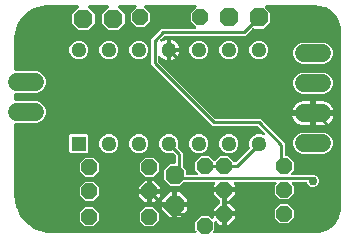
<source format=gbr>
G04 EAGLE Gerber RS-274X export*
G75*
%MOMM*%
%FSLAX34Y34*%
%LPD*%
%INBottom Copper*%
%IPPOS*%
%AMOC8*
5,1,8,0,0,1.08239X$1,22.5*%
G01*
%ADD10R,1.278000X1.278000*%
%ADD11C,1.278000*%
%ADD12P,1.429621X8X22.500000*%
%ADD13P,1.429621X8X202.500000*%
%ADD14P,1.429621X8X112.500000*%
%ADD15P,1.732040X8X202.500000*%
%ADD16P,1.732040X8X112.500000*%
%ADD17C,1.524000*%
%ADD18C,0.254000*%
%ADD19C,0.756400*%

G36*
X289107Y138448D02*
X289107Y138448D01*
X289246Y138461D01*
X289265Y138468D01*
X289285Y138471D01*
X289414Y138522D01*
X289545Y138569D01*
X289562Y138580D01*
X289581Y138588D01*
X289693Y138669D01*
X289808Y138747D01*
X289821Y138763D01*
X289838Y138774D01*
X289927Y138882D01*
X290019Y138986D01*
X290028Y139004D01*
X290041Y139019D01*
X290100Y139145D01*
X290163Y139269D01*
X290168Y139289D01*
X290176Y139307D01*
X290202Y139444D01*
X290233Y139579D01*
X290232Y139600D01*
X290236Y139619D01*
X290227Y139758D01*
X290223Y139897D01*
X290217Y139917D01*
X290216Y139937D01*
X290174Y140069D01*
X290135Y140203D01*
X290124Y140220D01*
X290118Y140239D01*
X290044Y140357D01*
X289973Y140477D01*
X289955Y140498D01*
X289948Y140508D01*
X289933Y140522D01*
X289867Y140597D01*
X289051Y141413D01*
X289051Y148147D01*
X293813Y152909D01*
X300547Y152909D01*
X302379Y151077D01*
X302488Y150992D01*
X302595Y150903D01*
X302614Y150895D01*
X302630Y150882D01*
X302758Y150827D01*
X302883Y150768D01*
X302903Y150764D01*
X302922Y150756D01*
X303060Y150734D01*
X303196Y150708D01*
X303216Y150709D01*
X303236Y150706D01*
X303375Y150719D01*
X303513Y150728D01*
X303532Y150734D01*
X303552Y150736D01*
X303684Y150783D01*
X303815Y150826D01*
X303833Y150837D01*
X303852Y150843D01*
X303967Y150922D01*
X304084Y150996D01*
X304098Y151011D01*
X304115Y151022D01*
X304207Y151126D01*
X304302Y151228D01*
X304312Y151245D01*
X304325Y151260D01*
X304389Y151385D01*
X304456Y151506D01*
X304461Y151526D01*
X304470Y151544D01*
X304500Y151680D01*
X304535Y151814D01*
X304537Y151842D01*
X304540Y151854D01*
X304539Y151875D01*
X304545Y151975D01*
X304545Y152909D01*
X311659Y152909D01*
X311659Y145795D01*
X309902Y145795D01*
X307475Y148222D01*
X307394Y148285D01*
X307334Y148342D01*
X307304Y148358D01*
X307259Y148396D01*
X307240Y148404D01*
X307224Y148417D01*
X307099Y148471D01*
X307056Y148495D01*
X307039Y148499D01*
X306971Y148531D01*
X306951Y148535D01*
X306932Y148543D01*
X306794Y148565D01*
X306754Y148573D01*
X306748Y148575D01*
X306744Y148575D01*
X306658Y148591D01*
X306638Y148590D01*
X306618Y148593D01*
X306479Y148580D01*
X306341Y148571D01*
X306322Y148565D01*
X306302Y148563D01*
X306170Y148516D01*
X306039Y148473D01*
X306021Y148463D01*
X306002Y148456D01*
X305887Y148378D01*
X305770Y148303D01*
X305756Y148288D01*
X305739Y148277D01*
X305647Y148173D01*
X305552Y148072D01*
X305542Y148054D01*
X305529Y148039D01*
X305508Y147997D01*
X305507Y147996D01*
X305502Y147987D01*
X305465Y147915D01*
X305398Y147793D01*
X305393Y147774D01*
X305384Y147755D01*
X305376Y147718D01*
X305371Y147708D01*
X305357Y147633D01*
X305354Y147620D01*
X305319Y147485D01*
X305317Y147457D01*
X305314Y147445D01*
X305315Y147425D01*
X305314Y147412D01*
X305311Y147396D01*
X305312Y147380D01*
X305309Y147324D01*
X305309Y141413D01*
X304493Y140597D01*
X304408Y140488D01*
X304319Y140381D01*
X304311Y140362D01*
X304298Y140346D01*
X304243Y140219D01*
X304184Y140093D01*
X304180Y140073D01*
X304172Y140054D01*
X304150Y139916D01*
X304124Y139780D01*
X304125Y139760D01*
X304122Y139740D01*
X304135Y139601D01*
X304144Y139463D01*
X304150Y139444D01*
X304152Y139424D01*
X304199Y139292D01*
X304242Y139161D01*
X304253Y139143D01*
X304259Y139124D01*
X304338Y139009D01*
X304412Y138892D01*
X304427Y138878D01*
X304438Y138861D01*
X304542Y138769D01*
X304644Y138674D01*
X304661Y138664D01*
X304676Y138651D01*
X304800Y138588D01*
X304922Y138520D01*
X304942Y138515D01*
X304960Y138506D01*
X305096Y138476D01*
X305230Y138441D01*
X305258Y138439D01*
X305270Y138436D01*
X305291Y138437D01*
X305391Y138431D01*
X391160Y138431D01*
X391181Y138433D01*
X391243Y138433D01*
X393895Y138607D01*
X393939Y138616D01*
X393983Y138616D01*
X394141Y138648D01*
X399265Y140021D01*
X399344Y140053D01*
X399426Y140076D01*
X399549Y140137D01*
X399559Y140141D01*
X399563Y140143D01*
X399571Y140148D01*
X404165Y142800D01*
X404233Y142852D01*
X404307Y142895D01*
X404410Y142986D01*
X404418Y142992D01*
X404421Y142995D01*
X404428Y143002D01*
X408178Y146752D01*
X408231Y146820D01*
X408291Y146881D01*
X408338Y146953D01*
X408352Y146969D01*
X408359Y146983D01*
X408367Y146996D01*
X408373Y147004D01*
X408375Y147008D01*
X408380Y147015D01*
X411032Y151609D01*
X411066Y151688D01*
X411108Y151763D01*
X411152Y151892D01*
X411156Y151902D01*
X411156Y151907D01*
X411159Y151915D01*
X412532Y157039D01*
X412538Y157083D01*
X412552Y157125D01*
X412573Y157285D01*
X412747Y159937D01*
X412745Y159958D01*
X412749Y160020D01*
X412749Y309880D01*
X412747Y309901D01*
X412747Y309963D01*
X412573Y312615D01*
X412564Y312659D01*
X412564Y312703D01*
X412532Y312861D01*
X411159Y317985D01*
X411127Y318064D01*
X411104Y318146D01*
X411043Y318269D01*
X411039Y318279D01*
X411037Y318283D01*
X411032Y318291D01*
X408380Y322885D01*
X408328Y322953D01*
X408285Y323027D01*
X408194Y323130D01*
X408188Y323138D01*
X408185Y323141D01*
X408178Y323148D01*
X404428Y326898D01*
X404360Y326951D01*
X404299Y327011D01*
X404185Y327087D01*
X404176Y327093D01*
X404172Y327095D01*
X404165Y327100D01*
X399571Y329752D01*
X399492Y329786D01*
X399417Y329828D01*
X399288Y329872D01*
X399278Y329876D01*
X399273Y329876D01*
X399265Y329879D01*
X394141Y331252D01*
X394097Y331258D01*
X394055Y331272D01*
X393895Y331293D01*
X391243Y331467D01*
X391222Y331465D01*
X391160Y331469D01*
X349276Y331469D01*
X349139Y331452D01*
X349000Y331439D01*
X348981Y331432D01*
X348961Y331429D01*
X348832Y331378D01*
X348701Y331331D01*
X348684Y331320D01*
X348665Y331312D01*
X348553Y331231D01*
X348438Y331153D01*
X348424Y331137D01*
X348408Y331126D01*
X348319Y331018D01*
X348227Y330914D01*
X348218Y330896D01*
X348205Y330881D01*
X348146Y330755D01*
X348083Y330631D01*
X348078Y330611D01*
X348069Y330593D01*
X348043Y330457D01*
X348013Y330321D01*
X348013Y330300D01*
X348010Y330281D01*
X348018Y330142D01*
X348023Y330003D01*
X348028Y329983D01*
X348029Y329963D01*
X348072Y329831D01*
X348111Y329697D01*
X348121Y329680D01*
X348127Y329661D01*
X348202Y329543D01*
X348272Y329423D01*
X348291Y329402D01*
X348298Y329392D01*
X348313Y329378D01*
X348379Y329303D01*
X352426Y325256D01*
X352426Y317364D01*
X346846Y311784D01*
X338932Y311784D01*
X338855Y311852D01*
X338819Y311871D01*
X338787Y311896D01*
X338677Y311943D01*
X338571Y311997D01*
X338532Y312006D01*
X338495Y312022D01*
X338377Y312041D01*
X338261Y312067D01*
X338221Y312065D01*
X338181Y312072D01*
X338063Y312061D01*
X337943Y312057D01*
X337904Y312046D01*
X337864Y312042D01*
X337752Y312002D01*
X337638Y311969D01*
X337603Y311948D01*
X337565Y311934D01*
X337466Y311868D01*
X337364Y311807D01*
X337319Y311767D01*
X337302Y311756D01*
X337288Y311741D01*
X337243Y311701D01*
X331336Y305794D01*
X263282Y305794D01*
X263184Y305781D01*
X263085Y305778D01*
X263026Y305762D01*
X262966Y305754D01*
X262874Y305718D01*
X262779Y305690D01*
X262727Y305659D01*
X262671Y305637D01*
X262591Y305579D01*
X262505Y305529D01*
X262430Y305462D01*
X262413Y305450D01*
X262406Y305441D01*
X262384Y305422D01*
X259850Y302887D01*
X259828Y302860D01*
X259802Y302837D01*
X259731Y302735D01*
X259655Y302636D01*
X259641Y302604D01*
X259621Y302575D01*
X259578Y302459D01*
X259528Y302344D01*
X259523Y302310D01*
X259511Y302277D01*
X259498Y302153D01*
X259479Y302030D01*
X259482Y301995D01*
X259478Y301960D01*
X259497Y301838D01*
X259508Y301714D01*
X259520Y301681D01*
X259525Y301646D01*
X259574Y301531D01*
X259616Y301414D01*
X259636Y301385D01*
X259649Y301353D01*
X259725Y301254D01*
X259795Y301151D01*
X259821Y301128D01*
X259842Y301100D01*
X259940Y301023D01*
X260033Y300941D01*
X260064Y300925D01*
X260092Y300903D01*
X260205Y300853D01*
X260316Y300796D01*
X260350Y300788D01*
X260382Y300774D01*
X260505Y300754D01*
X260627Y300726D01*
X260661Y300727D01*
X260696Y300722D01*
X260820Y300732D01*
X260944Y300736D01*
X260978Y300746D01*
X261013Y300749D01*
X261131Y300790D01*
X261250Y300824D01*
X261280Y300842D01*
X261313Y300854D01*
X261452Y300935D01*
X262470Y301614D01*
X264095Y302288D01*
X264776Y302423D01*
X264776Y294355D01*
X264791Y294237D01*
X264798Y294118D01*
X264810Y294080D01*
X264816Y294040D01*
X264859Y293929D01*
X264896Y293816D01*
X264918Y293782D01*
X264933Y293744D01*
X264963Y293702D01*
X264923Y293618D01*
X264865Y293513D01*
X264855Y293474D01*
X264838Y293438D01*
X264816Y293321D01*
X264786Y293205D01*
X264782Y293145D01*
X264778Y293125D01*
X264780Y293105D01*
X264776Y293045D01*
X264776Y284977D01*
X264095Y285112D01*
X262470Y285786D01*
X261007Y286763D01*
X259736Y288034D01*
X259707Y288068D01*
X259645Y288152D01*
X259603Y288187D01*
X259567Y288229D01*
X259481Y288288D01*
X259400Y288355D01*
X259351Y288378D01*
X259305Y288410D01*
X259207Y288446D01*
X259113Y288491D01*
X259059Y288501D01*
X259007Y288520D01*
X258903Y288531D01*
X258800Y288550D01*
X258745Y288547D01*
X258691Y288553D01*
X258587Y288537D01*
X258483Y288531D01*
X258431Y288514D01*
X258376Y288505D01*
X258280Y288465D01*
X258180Y288433D01*
X258134Y288403D01*
X258083Y288382D01*
X258000Y288318D01*
X257912Y288262D01*
X257874Y288222D01*
X257830Y288189D01*
X257766Y288107D01*
X257694Y288031D01*
X257667Y287983D01*
X257633Y287939D01*
X257591Y287844D01*
X257540Y287752D01*
X257527Y287699D01*
X257504Y287649D01*
X257487Y287545D01*
X257461Y287444D01*
X257455Y287357D01*
X257452Y287335D01*
X257453Y287320D01*
X257451Y287284D01*
X257451Y284279D01*
X257463Y284181D01*
X257466Y284082D01*
X257483Y284024D01*
X257490Y283964D01*
X257527Y283872D01*
X257554Y283777D01*
X257585Y283724D01*
X257608Y283668D01*
X257666Y283588D01*
X257716Y283503D01*
X257782Y283427D01*
X257794Y283411D01*
X257804Y283403D01*
X257822Y283382D01*
X305628Y235576D01*
X305706Y235516D01*
X305778Y235448D01*
X305831Y235419D01*
X305879Y235382D01*
X305970Y235342D01*
X306057Y235294D01*
X306115Y235279D01*
X306171Y235255D01*
X306269Y235240D01*
X306364Y235215D01*
X306464Y235209D01*
X306485Y235205D01*
X306497Y235207D01*
X306525Y235205D01*
X344058Y235205D01*
X346066Y233196D01*
X362736Y216526D01*
X364745Y214518D01*
X364745Y204978D01*
X364760Y204860D01*
X364767Y204741D01*
X364780Y204703D01*
X364785Y204662D01*
X364828Y204552D01*
X364865Y204439D01*
X364887Y204404D01*
X364902Y204367D01*
X364971Y204271D01*
X365035Y204170D01*
X365065Y204142D01*
X365088Y204109D01*
X365180Y204033D01*
X365267Y203952D01*
X365302Y203932D01*
X365333Y203907D01*
X365441Y203856D01*
X365545Y203798D01*
X365585Y203788D01*
X365621Y203771D01*
X365738Y203749D01*
X365853Y203719D01*
X365913Y203715D01*
X365933Y203711D01*
X365954Y203713D01*
X366014Y203709D01*
X367857Y203709D01*
X372619Y198947D01*
X372619Y192213D01*
X370279Y189873D01*
X370194Y189764D01*
X370105Y189657D01*
X370097Y189638D01*
X370084Y189622D01*
X370029Y189494D01*
X369970Y189369D01*
X369966Y189349D01*
X369958Y189330D01*
X369936Y189192D01*
X369910Y189056D01*
X369911Y189036D01*
X369908Y189016D01*
X369921Y188877D01*
X369930Y188739D01*
X369936Y188720D01*
X369938Y188700D01*
X369985Y188568D01*
X370028Y188437D01*
X370039Y188419D01*
X370045Y188400D01*
X370124Y188285D01*
X370198Y188168D01*
X370213Y188154D01*
X370224Y188137D01*
X370328Y188045D01*
X370430Y187950D01*
X370447Y187940D01*
X370462Y187927D01*
X370587Y187863D01*
X370708Y187796D01*
X370728Y187791D01*
X370746Y187782D01*
X370882Y187752D01*
X371016Y187717D01*
X371044Y187715D01*
X371056Y187712D01*
X371077Y187713D01*
X371177Y187707D01*
X386153Y187707D01*
X386162Y187708D01*
X386172Y187707D01*
X386320Y187728D01*
X386469Y187747D01*
X386477Y187750D01*
X386487Y187751D01*
X386639Y187803D01*
X387564Y188187D01*
X389676Y188187D01*
X391626Y187379D01*
X393119Y185886D01*
X393927Y183936D01*
X393927Y181824D01*
X393119Y179874D01*
X391626Y178381D01*
X389676Y177573D01*
X387564Y177573D01*
X385614Y178381D01*
X384121Y179874D01*
X383517Y181334D01*
X383502Y181359D01*
X383493Y181387D01*
X383423Y181497D01*
X383359Y181610D01*
X383338Y181631D01*
X383323Y181656D01*
X383228Y181745D01*
X383138Y181838D01*
X383113Y181854D01*
X383091Y181874D01*
X382977Y181937D01*
X382867Y182005D01*
X382838Y182013D01*
X382813Y182028D01*
X382687Y182060D01*
X382563Y182098D01*
X382533Y182100D01*
X382505Y182107D01*
X382344Y182117D01*
X372193Y182117D01*
X372055Y182100D01*
X371916Y182087D01*
X371897Y182080D01*
X371877Y182077D01*
X371748Y182026D01*
X371617Y181979D01*
X371600Y181968D01*
X371581Y181960D01*
X371469Y181879D01*
X371354Y181801D01*
X371341Y181785D01*
X371324Y181774D01*
X371235Y181666D01*
X371143Y181562D01*
X371134Y181544D01*
X371121Y181529D01*
X371062Y181403D01*
X370999Y181279D01*
X370994Y181259D01*
X370986Y181241D01*
X370960Y181104D01*
X370929Y180969D01*
X370930Y180948D01*
X370926Y180929D01*
X370935Y180790D01*
X370939Y180651D01*
X370945Y180631D01*
X370946Y180611D01*
X370988Y180479D01*
X371027Y180345D01*
X371038Y180328D01*
X371044Y180309D01*
X371118Y180191D01*
X371189Y180071D01*
X371207Y180050D01*
X371214Y180040D01*
X371229Y180026D01*
X371295Y179951D01*
X372619Y178627D01*
X372619Y171893D01*
X367857Y167131D01*
X361123Y167131D01*
X356361Y171893D01*
X356361Y178627D01*
X357685Y179951D01*
X357770Y180060D01*
X357859Y180167D01*
X357867Y180186D01*
X357880Y180202D01*
X357935Y180330D01*
X357994Y180455D01*
X357998Y180475D01*
X358006Y180494D01*
X358028Y180632D01*
X358054Y180768D01*
X358053Y180788D01*
X358056Y180808D01*
X358043Y180947D01*
X358034Y181085D01*
X358028Y181104D01*
X358026Y181124D01*
X357979Y181256D01*
X357936Y181387D01*
X357925Y181405D01*
X357919Y181424D01*
X357840Y181539D01*
X357766Y181656D01*
X357751Y181670D01*
X357740Y181687D01*
X357636Y181779D01*
X357534Y181874D01*
X357517Y181884D01*
X357502Y181897D01*
X357377Y181961D01*
X357256Y182028D01*
X357236Y182033D01*
X357218Y182042D01*
X357082Y182072D01*
X356948Y182107D01*
X356920Y182109D01*
X356908Y182112D01*
X356887Y182111D01*
X356787Y182117D01*
X322830Y182117D01*
X322692Y182100D01*
X322553Y182087D01*
X322534Y182080D01*
X322514Y182077D01*
X322385Y182026D01*
X322254Y181979D01*
X322237Y181968D01*
X322218Y181960D01*
X322106Y181879D01*
X321991Y181801D01*
X321977Y181785D01*
X321961Y181774D01*
X321872Y181666D01*
X321780Y181562D01*
X321771Y181544D01*
X321758Y181529D01*
X321699Y181403D01*
X321636Y181279D01*
X321631Y181259D01*
X321623Y181241D01*
X321597Y181104D01*
X321566Y180969D01*
X321567Y180948D01*
X321563Y180929D01*
X321571Y180790D01*
X321576Y180651D01*
X321581Y180631D01*
X321583Y180611D01*
X321625Y180479D01*
X321664Y180345D01*
X321674Y180328D01*
X321681Y180309D01*
X321755Y180191D01*
X321826Y180071D01*
X321844Y180050D01*
X321851Y180040D01*
X321866Y180026D01*
X321932Y179951D01*
X322835Y179048D01*
X322835Y177291D01*
X314452Y177291D01*
X314334Y177276D01*
X314215Y177269D01*
X314177Y177256D01*
X314137Y177251D01*
X314026Y177208D01*
X313913Y177171D01*
X313879Y177149D01*
X313841Y177134D01*
X313745Y177065D01*
X313693Y177031D01*
X313675Y177048D01*
X313640Y177068D01*
X313608Y177093D01*
X313501Y177144D01*
X313396Y177202D01*
X313357Y177212D01*
X313321Y177229D01*
X313204Y177251D01*
X313088Y177281D01*
X313028Y177285D01*
X313008Y177289D01*
X312988Y177287D01*
X312928Y177291D01*
X304545Y177291D01*
X304545Y179048D01*
X305448Y179951D01*
X305533Y180060D01*
X305622Y180167D01*
X305631Y180186D01*
X305643Y180202D01*
X305698Y180329D01*
X305757Y180455D01*
X305761Y180475D01*
X305769Y180494D01*
X305791Y180632D01*
X305817Y180768D01*
X305816Y180788D01*
X305819Y180808D01*
X305806Y180947D01*
X305797Y181085D01*
X305791Y181104D01*
X305789Y181124D01*
X305742Y181256D01*
X305699Y181387D01*
X305689Y181405D01*
X305682Y181424D01*
X305604Y181539D01*
X305529Y181656D01*
X305514Y181670D01*
X305503Y181687D01*
X305399Y181779D01*
X305298Y181874D01*
X305280Y181884D01*
X305265Y181897D01*
X305141Y181961D01*
X305019Y182028D01*
X305000Y182033D01*
X304981Y182042D01*
X304846Y182072D01*
X304711Y182107D01*
X304683Y182109D01*
X304671Y182112D01*
X304651Y182111D01*
X304550Y182117D01*
X279934Y182117D01*
X279836Y182105D01*
X279737Y182102D01*
X279679Y182085D01*
X279619Y182077D01*
X279527Y182041D01*
X279432Y182013D01*
X279380Y181983D01*
X279323Y181960D01*
X279243Y181902D01*
X279158Y181852D01*
X279082Y181786D01*
X279066Y181774D01*
X279058Y181764D01*
X279037Y181746D01*
X275726Y178434D01*
X267834Y178434D01*
X262254Y184014D01*
X262254Y191906D01*
X267834Y197486D01*
X271526Y197486D01*
X271644Y197501D01*
X271763Y197508D01*
X271801Y197521D01*
X271842Y197526D01*
X271952Y197569D01*
X272065Y197606D01*
X272100Y197628D01*
X272137Y197643D01*
X272233Y197712D01*
X272334Y197776D01*
X272362Y197806D01*
X272395Y197829D01*
X272471Y197921D01*
X272552Y198008D01*
X272572Y198043D01*
X272597Y198074D01*
X272648Y198182D01*
X272706Y198286D01*
X272716Y198326D01*
X272733Y198362D01*
X272755Y198479D01*
X272785Y198594D01*
X272789Y198654D01*
X272793Y198674D01*
X272791Y198695D01*
X272795Y198755D01*
X272795Y203727D01*
X272783Y203825D01*
X272780Y203924D01*
X272763Y203982D01*
X272755Y204042D01*
X272719Y204134D01*
X272691Y204229D01*
X272661Y204282D01*
X272638Y204338D01*
X272580Y204418D01*
X272530Y204503D01*
X272464Y204579D01*
X272452Y204595D01*
X272442Y204603D01*
X272424Y204624D01*
X270563Y206485D01*
X270539Y206503D01*
X270520Y206526D01*
X270414Y206600D01*
X270311Y206680D01*
X270284Y206692D01*
X270260Y206709D01*
X270139Y206755D01*
X270020Y206806D01*
X269990Y206811D01*
X269963Y206821D01*
X269834Y206836D01*
X269705Y206856D01*
X269676Y206853D01*
X269647Y206857D01*
X269518Y206839D01*
X269389Y206826D01*
X269361Y206816D01*
X269332Y206812D01*
X269179Y206760D01*
X268274Y206385D01*
X265126Y206385D01*
X262217Y207590D01*
X259990Y209817D01*
X258785Y212726D01*
X258785Y215874D01*
X259990Y218783D01*
X262217Y221010D01*
X265126Y222215D01*
X268274Y222215D01*
X271183Y221010D01*
X273410Y218783D01*
X274615Y215874D01*
X274615Y212726D01*
X274240Y211821D01*
X274232Y211792D01*
X274219Y211766D01*
X274190Y211639D01*
X274156Y211514D01*
X274155Y211484D01*
X274149Y211455D01*
X274153Y211326D01*
X274151Y211196D01*
X274158Y211167D01*
X274159Y211138D01*
X274195Y211013D01*
X274225Y210887D01*
X274239Y210860D01*
X274247Y210832D01*
X274313Y210721D01*
X274374Y210605D01*
X274394Y210584D01*
X274409Y210558D01*
X274515Y210437D01*
X276376Y208576D01*
X278385Y206568D01*
X278385Y195352D01*
X278397Y195254D01*
X278400Y195155D01*
X278417Y195097D01*
X278425Y195037D01*
X278461Y194945D01*
X278489Y194850D01*
X278519Y194798D01*
X278542Y194741D01*
X278600Y194661D01*
X278650Y194576D01*
X278716Y194500D01*
X278728Y194484D01*
X278738Y194476D01*
X278756Y194455D01*
X281306Y191906D01*
X281306Y188976D01*
X281321Y188858D01*
X281328Y188739D01*
X281341Y188701D01*
X281346Y188660D01*
X281389Y188550D01*
X281426Y188437D01*
X281448Y188402D01*
X281463Y188365D01*
X281532Y188269D01*
X281596Y188168D01*
X281626Y188140D01*
X281649Y188107D01*
X281741Y188031D01*
X281828Y187950D01*
X281863Y187930D01*
X281894Y187905D01*
X282002Y187854D01*
X282106Y187796D01*
X282146Y187786D01*
X282182Y187769D01*
X282299Y187747D01*
X282414Y187717D01*
X282474Y187713D01*
X282494Y187709D01*
X282515Y187711D01*
X282575Y187707D01*
X290493Y187707D01*
X290631Y187724D01*
X290770Y187737D01*
X290789Y187744D01*
X290809Y187747D01*
X290938Y187798D01*
X291069Y187845D01*
X291086Y187856D01*
X291105Y187864D01*
X291217Y187945D01*
X291332Y188023D01*
X291345Y188039D01*
X291362Y188050D01*
X291451Y188158D01*
X291543Y188262D01*
X291552Y188280D01*
X291565Y188295D01*
X291624Y188421D01*
X291687Y188545D01*
X291692Y188565D01*
X291700Y188583D01*
X291726Y188719D01*
X291757Y188855D01*
X291756Y188876D01*
X291760Y188895D01*
X291751Y189034D01*
X291747Y189173D01*
X291741Y189193D01*
X291740Y189213D01*
X291697Y189345D01*
X291659Y189479D01*
X291648Y189496D01*
X291642Y189515D01*
X291568Y189633D01*
X291497Y189753D01*
X291479Y189774D01*
X291472Y189784D01*
X291457Y189798D01*
X291391Y189873D01*
X289051Y192213D01*
X289051Y198947D01*
X293813Y203709D01*
X300547Y203709D01*
X304538Y199718D01*
X304619Y199655D01*
X304680Y199598D01*
X304694Y199590D01*
X304721Y199566D01*
X304757Y199548D01*
X304789Y199523D01*
X304898Y199476D01*
X304936Y199457D01*
X304958Y199444D01*
X304962Y199443D01*
X305004Y199422D01*
X305043Y199413D01*
X305081Y199397D01*
X305198Y199378D01*
X305314Y199352D01*
X305355Y199353D01*
X305395Y199347D01*
X305513Y199358D01*
X305632Y199362D01*
X305671Y199373D01*
X305711Y199377D01*
X305824Y199417D01*
X305938Y199450D01*
X305973Y199471D01*
X306011Y199485D01*
X306045Y199508D01*
X306054Y199512D01*
X306110Y199552D01*
X306212Y199612D01*
X306257Y199652D01*
X306274Y199663D01*
X306287Y199678D01*
X306302Y199691D01*
X306312Y199698D01*
X306317Y199704D01*
X306333Y199718D01*
X310323Y203709D01*
X317057Y203709D01*
X321809Y198957D01*
X321903Y198883D01*
X321993Y198805D01*
X322028Y198786D01*
X322060Y198762D01*
X322170Y198714D01*
X322276Y198660D01*
X322315Y198651D01*
X322352Y198635D01*
X322470Y198617D01*
X322586Y198591D01*
X322626Y198592D01*
X322666Y198585D01*
X322785Y198597D01*
X322904Y198600D01*
X322943Y198611D01*
X322983Y198615D01*
X323095Y198656D01*
X323209Y198689D01*
X323244Y198709D01*
X323282Y198723D01*
X323381Y198790D01*
X323483Y198850D01*
X323529Y198890D01*
X323545Y198901D01*
X323559Y198917D01*
X323604Y198957D01*
X335085Y210437D01*
X335103Y210461D01*
X335126Y210480D01*
X335200Y210586D01*
X335280Y210689D01*
X335292Y210716D01*
X335309Y210740D01*
X335355Y210861D01*
X335406Y210980D01*
X335411Y211010D01*
X335421Y211037D01*
X335436Y211166D01*
X335456Y211295D01*
X335453Y211324D01*
X335457Y211353D01*
X335439Y211482D01*
X335426Y211611D01*
X335416Y211639D01*
X335412Y211668D01*
X335360Y211821D01*
X334985Y212726D01*
X334985Y215874D01*
X336190Y218783D01*
X338417Y221010D01*
X341326Y222215D01*
X344474Y222215D01*
X346549Y221355D01*
X346616Y221337D01*
X346680Y221309D01*
X346769Y221295D01*
X346856Y221271D01*
X346925Y221270D01*
X346994Y221259D01*
X347084Y221268D01*
X347174Y221266D01*
X347242Y221283D01*
X347311Y221289D01*
X347396Y221320D01*
X347483Y221341D01*
X347545Y221373D01*
X347610Y221397D01*
X347685Y221447D01*
X347764Y221489D01*
X347816Y221536D01*
X347873Y221575D01*
X347933Y221643D01*
X347999Y221703D01*
X348038Y221762D01*
X348084Y221814D01*
X348125Y221894D01*
X348174Y221969D01*
X348197Y222035D01*
X348229Y222097D01*
X348248Y222185D01*
X348277Y222270D01*
X348283Y222339D01*
X348298Y222407D01*
X348295Y222497D01*
X348303Y222587D01*
X348291Y222655D01*
X348289Y222725D01*
X348264Y222812D01*
X348248Y222900D01*
X348220Y222964D01*
X348200Y223031D01*
X348154Y223108D01*
X348118Y223190D01*
X348074Y223244D01*
X348039Y223305D01*
X347932Y223426D01*
X342114Y229244D01*
X342036Y229304D01*
X341964Y229372D01*
X341911Y229401D01*
X341863Y229438D01*
X341772Y229478D01*
X341685Y229526D01*
X341627Y229541D01*
X341571Y229565D01*
X341473Y229580D01*
X341377Y229605D01*
X341277Y229611D01*
X341257Y229615D01*
X341245Y229613D01*
X341217Y229615D01*
X303684Y229615D01*
X301676Y231624D01*
X301675Y231624D01*
X253870Y279429D01*
X253870Y279430D01*
X251861Y281438D01*
X251861Y302804D01*
X258432Y309374D01*
X258432Y309375D01*
X260441Y311383D01*
X288737Y311383D01*
X288874Y311401D01*
X289013Y311414D01*
X289032Y311421D01*
X289052Y311423D01*
X289181Y311474D01*
X289312Y311521D01*
X289329Y311533D01*
X289348Y311540D01*
X289460Y311622D01*
X289575Y311700D01*
X289589Y311715D01*
X289605Y311727D01*
X289694Y311834D01*
X289786Y311938D01*
X289795Y311956D01*
X289808Y311972D01*
X289867Y312098D01*
X289931Y312222D01*
X289935Y312241D01*
X289944Y312260D01*
X289970Y312396D01*
X290000Y312532D01*
X290000Y312552D01*
X290003Y312572D01*
X289995Y312710D01*
X289991Y312850D01*
X289985Y312869D01*
X289984Y312889D01*
X289941Y313022D01*
X289902Y313155D01*
X289892Y313173D01*
X289886Y313192D01*
X289811Y313310D01*
X289741Y313429D01*
X289722Y313450D01*
X289715Y313461D01*
X289700Y313475D01*
X289634Y313550D01*
X285241Y317943D01*
X285241Y324677D01*
X289867Y329303D01*
X289952Y329412D01*
X290041Y329519D01*
X290049Y329538D01*
X290062Y329554D01*
X290117Y329682D01*
X290176Y329807D01*
X290180Y329827D01*
X290188Y329846D01*
X290210Y329984D01*
X290236Y330120D01*
X290235Y330140D01*
X290238Y330160D01*
X290225Y330299D01*
X290216Y330437D01*
X290210Y330456D01*
X290208Y330476D01*
X290161Y330608D01*
X290118Y330739D01*
X290107Y330757D01*
X290101Y330776D01*
X290022Y330891D01*
X289948Y331008D01*
X289933Y331022D01*
X289922Y331039D01*
X289818Y331131D01*
X289716Y331226D01*
X289699Y331236D01*
X289684Y331249D01*
X289559Y331313D01*
X289438Y331380D01*
X289418Y331385D01*
X289400Y331394D01*
X289264Y331424D01*
X289130Y331459D01*
X289102Y331461D01*
X289090Y331464D01*
X289069Y331463D01*
X288969Y331469D01*
X246971Y331469D01*
X246833Y331452D01*
X246694Y331439D01*
X246675Y331432D01*
X246655Y331429D01*
X246526Y331378D01*
X246395Y331331D01*
X246378Y331320D01*
X246359Y331312D01*
X246247Y331231D01*
X246132Y331153D01*
X246119Y331137D01*
X246102Y331126D01*
X246013Y331018D01*
X245921Y330914D01*
X245912Y330896D01*
X245899Y330881D01*
X245840Y330755D01*
X245777Y330631D01*
X245772Y330611D01*
X245764Y330593D01*
X245738Y330457D01*
X245707Y330321D01*
X245708Y330300D01*
X245704Y330281D01*
X245713Y330142D01*
X245717Y330003D01*
X245723Y329983D01*
X245724Y329963D01*
X245767Y329831D01*
X245805Y329697D01*
X245816Y329680D01*
X245822Y329661D01*
X245896Y329543D01*
X245967Y329423D01*
X245985Y329402D01*
X245992Y329392D01*
X246007Y329378D01*
X246073Y329303D01*
X250699Y324677D01*
X250699Y317943D01*
X245937Y313181D01*
X239203Y313181D01*
X234441Y317943D01*
X234441Y324677D01*
X239067Y329303D01*
X239152Y329412D01*
X239241Y329519D01*
X239249Y329538D01*
X239262Y329554D01*
X239317Y329682D01*
X239376Y329807D01*
X239380Y329827D01*
X239388Y329846D01*
X239410Y329984D01*
X239436Y330120D01*
X239435Y330140D01*
X239438Y330160D01*
X239425Y330299D01*
X239416Y330437D01*
X239410Y330456D01*
X239408Y330476D01*
X239361Y330608D01*
X239318Y330739D01*
X239307Y330757D01*
X239301Y330776D01*
X239222Y330891D01*
X239148Y331008D01*
X239133Y331022D01*
X239122Y331039D01*
X239018Y331131D01*
X238916Y331226D01*
X238899Y331236D01*
X238884Y331249D01*
X238759Y331313D01*
X238638Y331380D01*
X238618Y331385D01*
X238600Y331394D01*
X238464Y331424D01*
X238330Y331459D01*
X238302Y331461D01*
X238290Y331464D01*
X238269Y331463D01*
X238169Y331469D01*
X224816Y331469D01*
X224679Y331452D01*
X224540Y331439D01*
X224521Y331432D01*
X224501Y331429D01*
X224372Y331378D01*
X224241Y331331D01*
X224224Y331320D01*
X224205Y331312D01*
X224093Y331231D01*
X223978Y331153D01*
X223964Y331137D01*
X223948Y331126D01*
X223859Y331018D01*
X223767Y330914D01*
X223758Y330896D01*
X223745Y330881D01*
X223686Y330755D01*
X223623Y330631D01*
X223618Y330611D01*
X223609Y330593D01*
X223583Y330457D01*
X223553Y330321D01*
X223553Y330300D01*
X223550Y330281D01*
X223558Y330142D01*
X223563Y330003D01*
X223568Y329983D01*
X223569Y329963D01*
X223612Y329831D01*
X223651Y329697D01*
X223661Y329680D01*
X223667Y329661D01*
X223742Y329543D01*
X223812Y329423D01*
X223831Y329402D01*
X223838Y329392D01*
X223853Y329378D01*
X223919Y329303D01*
X229236Y323986D01*
X229236Y316094D01*
X223656Y310514D01*
X215764Y310514D01*
X210184Y316094D01*
X210184Y323986D01*
X215501Y329303D01*
X215586Y329412D01*
X215675Y329519D01*
X215684Y329538D01*
X215696Y329554D01*
X215752Y329682D01*
X215811Y329807D01*
X215814Y329827D01*
X215822Y329846D01*
X215844Y329984D01*
X215870Y330120D01*
X215869Y330140D01*
X215872Y330160D01*
X215859Y330299D01*
X215851Y330437D01*
X215844Y330456D01*
X215842Y330476D01*
X215795Y330608D01*
X215753Y330739D01*
X215742Y330757D01*
X215735Y330776D01*
X215657Y330891D01*
X215582Y331008D01*
X215568Y331022D01*
X215556Y331039D01*
X215452Y331131D01*
X215351Y331226D01*
X215333Y331236D01*
X215318Y331249D01*
X215194Y331313D01*
X215072Y331380D01*
X215053Y331385D01*
X215035Y331394D01*
X214899Y331424D01*
X214764Y331459D01*
X214736Y331461D01*
X214724Y331464D01*
X214704Y331463D01*
X214604Y331469D01*
X199416Y331469D01*
X199279Y331452D01*
X199140Y331439D01*
X199121Y331432D01*
X199101Y331429D01*
X198972Y331378D01*
X198841Y331331D01*
X198824Y331320D01*
X198805Y331312D01*
X198693Y331231D01*
X198578Y331153D01*
X198564Y331137D01*
X198548Y331126D01*
X198459Y331018D01*
X198367Y330914D01*
X198358Y330896D01*
X198345Y330881D01*
X198286Y330755D01*
X198223Y330631D01*
X198218Y330611D01*
X198209Y330593D01*
X198183Y330457D01*
X198153Y330321D01*
X198153Y330300D01*
X198150Y330281D01*
X198158Y330142D01*
X198163Y330003D01*
X198168Y329983D01*
X198169Y329963D01*
X198212Y329831D01*
X198251Y329697D01*
X198261Y329680D01*
X198267Y329661D01*
X198342Y329543D01*
X198412Y329423D01*
X198431Y329402D01*
X198438Y329392D01*
X198453Y329378D01*
X198519Y329303D01*
X203836Y323986D01*
X203836Y316094D01*
X198256Y310514D01*
X190364Y310514D01*
X184784Y316094D01*
X184784Y323986D01*
X190101Y329303D01*
X190186Y329412D01*
X190275Y329519D01*
X190284Y329538D01*
X190296Y329554D01*
X190352Y329682D01*
X190411Y329807D01*
X190414Y329827D01*
X190422Y329846D01*
X190444Y329984D01*
X190470Y330120D01*
X190469Y330140D01*
X190472Y330160D01*
X190459Y330299D01*
X190451Y330437D01*
X190444Y330456D01*
X190442Y330476D01*
X190395Y330608D01*
X190353Y330739D01*
X190342Y330757D01*
X190335Y330776D01*
X190257Y330891D01*
X190182Y331008D01*
X190168Y331022D01*
X190156Y331039D01*
X190052Y331131D01*
X189951Y331226D01*
X189933Y331236D01*
X189918Y331249D01*
X189794Y331313D01*
X189672Y331380D01*
X189653Y331385D01*
X189635Y331394D01*
X189499Y331424D01*
X189364Y331459D01*
X189336Y331461D01*
X189324Y331464D01*
X189304Y331463D01*
X189204Y331469D01*
X162560Y331469D01*
X162539Y331467D01*
X162477Y331467D01*
X159162Y331249D01*
X159118Y331241D01*
X159074Y331240D01*
X158916Y331209D01*
X152511Y329493D01*
X152432Y329460D01*
X152349Y329437D01*
X152227Y329376D01*
X152217Y329372D01*
X152213Y329370D01*
X152205Y329366D01*
X146463Y326050D01*
X146395Y325999D01*
X146321Y325955D01*
X146218Y325864D01*
X146210Y325858D01*
X146207Y325855D01*
X146200Y325849D01*
X141511Y321160D01*
X141459Y321092D01*
X141399Y321031D01*
X141323Y320917D01*
X141316Y320909D01*
X141315Y320905D01*
X141310Y320897D01*
X137994Y315155D01*
X137961Y315076D01*
X137919Y315001D01*
X137875Y314872D01*
X137871Y314862D01*
X137870Y314857D01*
X137867Y314849D01*
X136151Y308444D01*
X136145Y308400D01*
X136131Y308358D01*
X136111Y308198D01*
X136053Y307322D01*
X136053Y307321D01*
X135893Y304883D01*
X135895Y304862D01*
X135891Y304800D01*
X135891Y277114D01*
X135906Y276996D01*
X135913Y276877D01*
X135926Y276839D01*
X135931Y276798D01*
X135974Y276688D01*
X136011Y276575D01*
X136033Y276540D01*
X136048Y276503D01*
X136117Y276407D01*
X136181Y276306D01*
X136211Y276278D01*
X136234Y276245D01*
X136326Y276169D01*
X136413Y276088D01*
X136448Y276068D01*
X136479Y276043D01*
X136587Y275992D01*
X136691Y275934D01*
X136731Y275924D01*
X136767Y275907D01*
X136884Y275885D01*
X136999Y275855D01*
X137059Y275851D01*
X137079Y275847D01*
X137100Y275849D01*
X137160Y275845D01*
X155489Y275845D01*
X158850Y274453D01*
X161423Y271880D01*
X162815Y268519D01*
X162815Y264881D01*
X161423Y261520D01*
X158850Y258947D01*
X155489Y257555D01*
X137160Y257555D01*
X137042Y257540D01*
X136923Y257533D01*
X136885Y257520D01*
X136844Y257515D01*
X136734Y257472D01*
X136621Y257435D01*
X136586Y257413D01*
X136549Y257398D01*
X136453Y257329D01*
X136352Y257265D01*
X136324Y257235D01*
X136291Y257212D01*
X136215Y257120D01*
X136134Y257033D01*
X136114Y256998D01*
X136089Y256967D01*
X136038Y256859D01*
X135980Y256755D01*
X135970Y256715D01*
X135953Y256679D01*
X135931Y256562D01*
X135901Y256447D01*
X135897Y256387D01*
X135893Y256367D01*
X135895Y256346D01*
X135891Y256286D01*
X135891Y251714D01*
X135906Y251596D01*
X135913Y251477D01*
X135926Y251439D01*
X135931Y251398D01*
X135974Y251288D01*
X136011Y251175D01*
X136033Y251140D01*
X136048Y251103D01*
X136117Y251007D01*
X136181Y250906D01*
X136211Y250878D01*
X136234Y250845D01*
X136326Y250769D01*
X136413Y250688D01*
X136448Y250668D01*
X136479Y250643D01*
X136587Y250592D01*
X136691Y250534D01*
X136731Y250524D01*
X136767Y250507D01*
X136884Y250485D01*
X136999Y250455D01*
X137059Y250451D01*
X137079Y250447D01*
X137100Y250449D01*
X137160Y250445D01*
X155489Y250445D01*
X158850Y249053D01*
X161423Y246480D01*
X162815Y243119D01*
X162815Y239481D01*
X161423Y236120D01*
X158850Y233547D01*
X155489Y232155D01*
X137160Y232155D01*
X137042Y232140D01*
X136923Y232133D01*
X136885Y232120D01*
X136844Y232115D01*
X136734Y232072D01*
X136621Y232035D01*
X136586Y232013D01*
X136549Y231998D01*
X136453Y231929D01*
X136352Y231865D01*
X136324Y231835D01*
X136291Y231812D01*
X136215Y231720D01*
X136134Y231633D01*
X136114Y231598D01*
X136089Y231567D01*
X136038Y231459D01*
X135980Y231355D01*
X135970Y231315D01*
X135953Y231279D01*
X135931Y231162D01*
X135901Y231047D01*
X135897Y230987D01*
X135893Y230967D01*
X135895Y230946D01*
X135891Y230886D01*
X135891Y170180D01*
X135893Y170161D01*
X135893Y170109D01*
X136084Y166696D01*
X136089Y166670D01*
X136088Y166644D01*
X136114Y166485D01*
X137633Y159831D01*
X137654Y159772D01*
X137666Y159712D01*
X137727Y159562D01*
X140688Y153413D01*
X140722Y153361D01*
X140747Y153304D01*
X140839Y153172D01*
X145095Y147836D01*
X145139Y147793D01*
X145177Y147743D01*
X145296Y147635D01*
X150632Y143379D01*
X150685Y143347D01*
X150733Y143307D01*
X150873Y143228D01*
X157022Y140267D01*
X157081Y140247D01*
X157136Y140219D01*
X157291Y140173D01*
X163945Y138654D01*
X163971Y138652D01*
X163996Y138644D01*
X164156Y138624D01*
X167569Y138433D01*
X167588Y138434D01*
X167640Y138431D01*
X288969Y138431D01*
X289107Y138448D01*
G37*
%LPC*%
G36*
X379181Y205485D02*
X379181Y205485D01*
X375820Y206877D01*
X373247Y209450D01*
X371855Y212811D01*
X371855Y216449D01*
X373247Y219810D01*
X375820Y222383D01*
X379181Y223775D01*
X398059Y223775D01*
X401420Y222383D01*
X403993Y219810D01*
X405385Y216449D01*
X405385Y212811D01*
X403993Y209450D01*
X401420Y206877D01*
X398059Y205485D01*
X379181Y205485D01*
G37*
%LPD*%
%LPC*%
G36*
X379181Y281685D02*
X379181Y281685D01*
X375820Y283077D01*
X373247Y285650D01*
X371855Y289011D01*
X371855Y292649D01*
X373247Y296010D01*
X375820Y298583D01*
X379181Y299975D01*
X398059Y299975D01*
X401420Y298583D01*
X403993Y296010D01*
X405385Y292649D01*
X405385Y289011D01*
X403993Y285650D01*
X401420Y283077D01*
X398059Y281685D01*
X379181Y281685D01*
G37*
%LPD*%
%LPC*%
G36*
X379181Y256285D02*
X379181Y256285D01*
X375820Y257677D01*
X373247Y260250D01*
X371855Y263611D01*
X371855Y267249D01*
X373247Y270610D01*
X375820Y273183D01*
X379181Y274575D01*
X398059Y274575D01*
X401420Y273183D01*
X403993Y270610D01*
X405385Y267249D01*
X405385Y263611D01*
X403993Y260250D01*
X401420Y257677D01*
X398059Y256285D01*
X379181Y256285D01*
G37*
%LPD*%
%LPC*%
G36*
X183478Y206385D02*
X183478Y206385D01*
X182585Y207278D01*
X182585Y221322D01*
X183478Y222215D01*
X197522Y222215D01*
X198415Y221322D01*
X198415Y207278D01*
X197522Y206385D01*
X183478Y206385D01*
G37*
%LPD*%
%LPC*%
G36*
X196023Y144271D02*
X196023Y144271D01*
X191261Y149033D01*
X191261Y155767D01*
X196023Y160529D01*
X202757Y160529D01*
X207519Y155767D01*
X207519Y149033D01*
X202757Y144271D01*
X196023Y144271D01*
G37*
%LPD*%
%LPC*%
G36*
X361123Y146811D02*
X361123Y146811D01*
X356361Y151573D01*
X356361Y158307D01*
X361123Y163069D01*
X367857Y163069D01*
X372619Y158307D01*
X372619Y151573D01*
X367857Y146811D01*
X361123Y146811D01*
G37*
%LPD*%
%LPC*%
G36*
X196023Y165861D02*
X196023Y165861D01*
X191261Y170623D01*
X191261Y177357D01*
X196023Y182119D01*
X202757Y182119D01*
X207519Y177357D01*
X207519Y170623D01*
X202757Y165861D01*
X196023Y165861D01*
G37*
%LPD*%
%LPC*%
G36*
X196023Y186181D02*
X196023Y186181D01*
X191261Y190943D01*
X191261Y197677D01*
X196023Y202439D01*
X202757Y202439D01*
X207519Y197677D01*
X207519Y190943D01*
X202757Y186181D01*
X196023Y186181D01*
G37*
%LPD*%
%LPC*%
G36*
X246823Y186181D02*
X246823Y186181D01*
X242061Y190943D01*
X242061Y197677D01*
X246823Y202439D01*
X253557Y202439D01*
X258319Y197677D01*
X258319Y190943D01*
X253557Y186181D01*
X246823Y186181D01*
G37*
%LPD*%
%LPC*%
G36*
X246823Y144271D02*
X246823Y144271D01*
X242061Y149033D01*
X242061Y155767D01*
X246823Y160529D01*
X253557Y160529D01*
X258319Y155767D01*
X258319Y149033D01*
X253557Y144271D01*
X246823Y144271D01*
G37*
%LPD*%
%LPC*%
G36*
X214326Y285785D02*
X214326Y285785D01*
X211417Y286990D01*
X209190Y289217D01*
X207985Y292126D01*
X207985Y295274D01*
X209190Y298183D01*
X211417Y300410D01*
X214326Y301615D01*
X217474Y301615D01*
X220383Y300410D01*
X222610Y298183D01*
X223815Y295274D01*
X223815Y292126D01*
X222610Y289217D01*
X220383Y286990D01*
X217474Y285785D01*
X214326Y285785D01*
G37*
%LPD*%
%LPC*%
G36*
X315926Y285785D02*
X315926Y285785D01*
X313017Y286990D01*
X310790Y289217D01*
X309585Y292126D01*
X309585Y295274D01*
X310790Y298183D01*
X313017Y300410D01*
X315926Y301615D01*
X319074Y301615D01*
X321983Y300410D01*
X324210Y298183D01*
X325415Y295274D01*
X325415Y292126D01*
X324210Y289217D01*
X321983Y286990D01*
X319074Y285785D01*
X315926Y285785D01*
G37*
%LPD*%
%LPC*%
G36*
X341326Y285785D02*
X341326Y285785D01*
X338417Y286990D01*
X336190Y289217D01*
X334985Y292126D01*
X334985Y295274D01*
X336190Y298183D01*
X338417Y300410D01*
X341326Y301615D01*
X344474Y301615D01*
X347383Y300410D01*
X349610Y298183D01*
X350815Y295274D01*
X350815Y292126D01*
X349610Y289217D01*
X347383Y286990D01*
X344474Y285785D01*
X341326Y285785D01*
G37*
%LPD*%
%LPC*%
G36*
X239726Y285785D02*
X239726Y285785D01*
X236817Y286990D01*
X234590Y289217D01*
X233385Y292126D01*
X233385Y295274D01*
X234590Y298183D01*
X236817Y300410D01*
X239726Y301615D01*
X242874Y301615D01*
X245783Y300410D01*
X248010Y298183D01*
X249215Y295274D01*
X249215Y292126D01*
X248010Y289217D01*
X245783Y286990D01*
X242874Y285785D01*
X239726Y285785D01*
G37*
%LPD*%
%LPC*%
G36*
X188926Y285785D02*
X188926Y285785D01*
X186017Y286990D01*
X183790Y289217D01*
X182585Y292126D01*
X182585Y295274D01*
X183790Y298183D01*
X186017Y300410D01*
X188926Y301615D01*
X192074Y301615D01*
X194983Y300410D01*
X197210Y298183D01*
X198415Y295274D01*
X198415Y292126D01*
X197210Y289217D01*
X194983Y286990D01*
X192074Y285785D01*
X188926Y285785D01*
G37*
%LPD*%
%LPC*%
G36*
X290526Y285785D02*
X290526Y285785D01*
X287617Y286990D01*
X285390Y289217D01*
X284185Y292126D01*
X284185Y295274D01*
X285390Y298183D01*
X287617Y300410D01*
X290526Y301615D01*
X293674Y301615D01*
X296583Y300410D01*
X298810Y298183D01*
X300015Y295274D01*
X300015Y292126D01*
X298810Y289217D01*
X296583Y286990D01*
X293674Y285785D01*
X290526Y285785D01*
G37*
%LPD*%
%LPC*%
G36*
X239726Y206385D02*
X239726Y206385D01*
X236817Y207590D01*
X234590Y209817D01*
X233385Y212726D01*
X233385Y215874D01*
X234590Y218783D01*
X236817Y221010D01*
X239726Y222215D01*
X242874Y222215D01*
X245783Y221010D01*
X248010Y218783D01*
X249215Y215874D01*
X249215Y212726D01*
X248010Y209817D01*
X245783Y207590D01*
X242874Y206385D01*
X239726Y206385D01*
G37*
%LPD*%
%LPC*%
G36*
X315926Y206385D02*
X315926Y206385D01*
X313017Y207590D01*
X310790Y209817D01*
X309585Y212726D01*
X309585Y215874D01*
X310790Y218783D01*
X313017Y221010D01*
X315926Y222215D01*
X319074Y222215D01*
X321983Y221010D01*
X324210Y218783D01*
X325415Y215874D01*
X325415Y212726D01*
X324210Y209817D01*
X321983Y207590D01*
X319074Y206385D01*
X315926Y206385D01*
G37*
%LPD*%
%LPC*%
G36*
X290526Y206385D02*
X290526Y206385D01*
X287617Y207590D01*
X285390Y209817D01*
X284185Y212726D01*
X284185Y215874D01*
X285390Y218783D01*
X287617Y221010D01*
X290526Y222215D01*
X293674Y222215D01*
X296583Y221010D01*
X298810Y218783D01*
X300015Y215874D01*
X300015Y212726D01*
X298810Y209817D01*
X296583Y207590D01*
X293674Y206385D01*
X290526Y206385D01*
G37*
%LPD*%
%LPC*%
G36*
X214326Y206385D02*
X214326Y206385D01*
X211417Y207590D01*
X209190Y209817D01*
X207985Y212726D01*
X207985Y215874D01*
X209190Y218783D01*
X211417Y221010D01*
X214326Y222215D01*
X217474Y222215D01*
X220383Y221010D01*
X222610Y218783D01*
X223815Y215874D01*
X223815Y212726D01*
X222610Y209817D01*
X220383Y207590D01*
X217474Y206385D01*
X214326Y206385D01*
G37*
%LPD*%
%LPC*%
G36*
X391159Y242569D02*
X391159Y242569D01*
X391159Y250191D01*
X397040Y250191D01*
X398619Y249941D01*
X400140Y249446D01*
X401565Y248720D01*
X402791Y247829D01*
X402792Y247829D01*
X402859Y247780D01*
X403990Y246649D01*
X404930Y245355D01*
X405656Y243930D01*
X406099Y242569D01*
X391159Y242569D01*
G37*
%LPD*%
%LPC*%
G36*
X371141Y242569D02*
X371141Y242569D01*
X371584Y243930D01*
X372310Y245355D01*
X373250Y246649D01*
X374381Y247780D01*
X375675Y248720D01*
X377100Y249446D01*
X378621Y249941D01*
X380200Y250191D01*
X386081Y250191D01*
X386081Y242569D01*
X371141Y242569D01*
G37*
%LPD*%
%LPC*%
G36*
X391159Y229869D02*
X391159Y229869D01*
X391159Y237491D01*
X406099Y237491D01*
X405656Y236130D01*
X404930Y234705D01*
X403990Y233411D01*
X402859Y232280D01*
X401565Y231340D01*
X400140Y230614D01*
X398619Y230119D01*
X397040Y229869D01*
X391159Y229869D01*
G37*
%LPD*%
%LPC*%
G36*
X380200Y229869D02*
X380200Y229869D01*
X378621Y230119D01*
X377100Y230614D01*
X375675Y231340D01*
X374381Y232280D01*
X373250Y233411D01*
X372310Y234705D01*
X371584Y236130D01*
X371141Y237491D01*
X386081Y237491D01*
X386081Y229869D01*
X380200Y229869D01*
G37*
%LPD*%
%LPC*%
G36*
X315721Y156971D02*
X315721Y156971D01*
X315721Y173229D01*
X322835Y173229D01*
X322835Y171472D01*
X317360Y165997D01*
X317287Y165903D01*
X317208Y165814D01*
X317190Y165778D01*
X317165Y165746D01*
X317118Y165637D01*
X317064Y165531D01*
X317055Y165492D01*
X317039Y165454D01*
X317020Y165337D01*
X316994Y165221D01*
X316995Y165180D01*
X316989Y165140D01*
X317000Y165022D01*
X317004Y164903D01*
X317015Y164864D01*
X317019Y164824D01*
X317059Y164711D01*
X317092Y164597D01*
X317113Y164562D01*
X317126Y164524D01*
X317193Y164426D01*
X317254Y164323D01*
X317292Y164280D01*
X317294Y164277D01*
X317295Y164276D01*
X317305Y164261D01*
X317320Y164248D01*
X317360Y164202D01*
X322835Y158728D01*
X322835Y156971D01*
X315721Y156971D01*
G37*
%LPD*%
%LPC*%
G36*
X304545Y156971D02*
X304545Y156971D01*
X304545Y158728D01*
X310020Y164202D01*
X310093Y164297D01*
X310172Y164386D01*
X310190Y164422D01*
X310215Y164454D01*
X310262Y164563D01*
X310316Y164669D01*
X310325Y164708D01*
X310341Y164746D01*
X310360Y164863D01*
X310386Y164979D01*
X310385Y165020D01*
X310391Y165060D01*
X310380Y165178D01*
X310376Y165297D01*
X310365Y165336D01*
X310361Y165376D01*
X310321Y165489D01*
X310288Y165603D01*
X310267Y165637D01*
X310254Y165676D01*
X310187Y165774D01*
X310126Y165877D01*
X310086Y165922D01*
X310075Y165939D01*
X310060Y165952D01*
X310020Y165997D01*
X304545Y171472D01*
X304545Y173229D01*
X311659Y173229D01*
X311659Y156971D01*
X304545Y156971D01*
G37*
%LPD*%
%LPC*%
G36*
X273811Y164591D02*
X273811Y164591D01*
X273811Y173102D01*
X276147Y173102D01*
X282322Y166927D01*
X282322Y164591D01*
X273811Y164591D01*
G37*
%LPD*%
%LPC*%
G36*
X261238Y164591D02*
X261238Y164591D01*
X261238Y166927D01*
X267413Y173102D01*
X269749Y173102D01*
X269749Y164591D01*
X261238Y164591D01*
G37*
%LPD*%
%LPC*%
G36*
X273811Y152018D02*
X273811Y152018D01*
X273811Y160529D01*
X282322Y160529D01*
X282322Y158193D01*
X276147Y152018D01*
X273811Y152018D01*
G37*
%LPD*%
%LPC*%
G36*
X267413Y152018D02*
X267413Y152018D01*
X261238Y158193D01*
X261238Y160529D01*
X269749Y160529D01*
X269749Y152018D01*
X267413Y152018D01*
G37*
%LPD*%
%LPC*%
G36*
X252221Y176021D02*
X252221Y176021D01*
X252221Y183135D01*
X253978Y183135D01*
X259335Y177778D01*
X259335Y176021D01*
X252221Y176021D01*
G37*
%LPD*%
%LPC*%
G36*
X241045Y176021D02*
X241045Y176021D01*
X241045Y177778D01*
X246402Y183135D01*
X248159Y183135D01*
X248159Y176021D01*
X241045Y176021D01*
G37*
%LPD*%
%LPC*%
G36*
X252221Y164845D02*
X252221Y164845D01*
X252221Y171959D01*
X259335Y171959D01*
X259335Y170202D01*
X253978Y164845D01*
X252221Y164845D01*
G37*
%LPD*%
%LPC*%
G36*
X315721Y145795D02*
X315721Y145795D01*
X315721Y152909D01*
X322835Y152909D01*
X322835Y151152D01*
X317478Y145795D01*
X315721Y145795D01*
G37*
%LPD*%
%LPC*%
G36*
X246402Y164845D02*
X246402Y164845D01*
X241045Y170202D01*
X241045Y171959D01*
X248159Y171959D01*
X248159Y164845D01*
X246402Y164845D01*
G37*
%LPD*%
%LPC*%
G36*
X268624Y295624D02*
X268624Y295624D01*
X268624Y302423D01*
X269305Y302288D01*
X270930Y301614D01*
X272393Y300637D01*
X273637Y299393D01*
X274614Y297930D01*
X275288Y296305D01*
X275423Y295624D01*
X268624Y295624D01*
G37*
%LPD*%
%LPC*%
G36*
X268624Y291776D02*
X268624Y291776D01*
X275423Y291776D01*
X275288Y291095D01*
X274614Y289470D01*
X273637Y288007D01*
X272393Y286763D01*
X270930Y285786D01*
X269305Y285112D01*
X268624Y284977D01*
X268624Y291776D01*
G37*
%LPD*%
%LPC*%
G36*
X388619Y240029D02*
X388619Y240029D01*
X388619Y240031D01*
X388621Y240031D01*
X388621Y240029D01*
X388619Y240029D01*
G37*
%LPD*%
D10*
X190500Y214300D03*
D11*
X215900Y214300D03*
X241300Y214300D03*
X266700Y214300D03*
X292100Y214300D03*
X317500Y214300D03*
X342900Y214300D03*
X342900Y293700D03*
X317500Y293700D03*
X292100Y293700D03*
X266700Y293700D03*
X241300Y293700D03*
X215900Y293700D03*
X190500Y293700D03*
D12*
X199390Y194310D03*
X250190Y194310D03*
D13*
X250190Y173990D03*
X199390Y173990D03*
X250190Y152400D03*
X199390Y152400D03*
D14*
X297180Y144780D03*
X297180Y195580D03*
D13*
X364490Y154940D03*
X313690Y154940D03*
D12*
X313690Y175260D03*
X364490Y175260D03*
X313690Y195580D03*
X364490Y195580D03*
D13*
X293370Y321310D03*
X242570Y321310D03*
D15*
X342900Y321310D03*
X317500Y321310D03*
X219710Y320040D03*
X194310Y320040D03*
D16*
X271780Y162560D03*
X271780Y187960D03*
D17*
X153670Y266700D02*
X138430Y266700D01*
X138430Y241300D02*
X153670Y241300D01*
X381000Y290830D02*
X396240Y290830D01*
X396240Y265430D02*
X381000Y265430D01*
X381000Y240030D02*
X396240Y240030D01*
X396240Y214630D02*
X381000Y214630D01*
D18*
X388620Y240030D02*
X320370Y240030D01*
X266700Y293700D01*
X313690Y165100D02*
X313690Y154940D01*
X313690Y165100D02*
X313690Y175260D01*
X313690Y165100D02*
X389890Y165100D01*
X313690Y154940D02*
X270510Y154940D01*
X271780Y156210D01*
X271780Y162560D01*
X389890Y165100D02*
X407670Y182880D01*
X407670Y223520D01*
X391160Y240030D01*
X388620Y240030D01*
X270510Y154940D02*
X269240Y154940D01*
X250190Y173990D01*
X330179Y308589D02*
X342900Y321310D01*
X330179Y308589D02*
X261599Y308589D01*
X254656Y282596D02*
X304842Y232410D01*
X342900Y232410D02*
X361950Y213360D01*
X361950Y198120D01*
X364490Y195580D01*
X342900Y232410D02*
X304842Y232410D01*
X254656Y282596D02*
X254656Y301646D01*
X261599Y308589D01*
X297180Y195580D02*
X313690Y195580D01*
X324180Y195580D01*
X342900Y214300D01*
X275590Y205410D02*
X266700Y214300D01*
X275590Y205410D02*
X275590Y191770D01*
X271780Y187960D01*
D19*
X388620Y182880D03*
D18*
X271780Y184912D02*
X271780Y187960D01*
X386588Y184912D02*
X388620Y182880D01*
X386588Y184912D02*
X271780Y184912D01*
M02*

</source>
